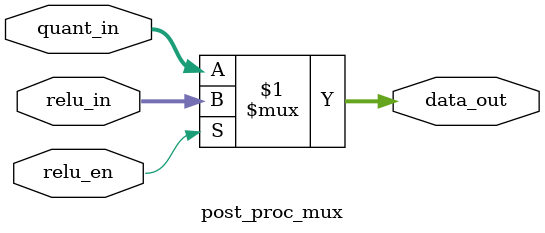
<source format=sv>

module post_proc_mux #(
    parameter int W = 32
)(
    input  logic signed [W-1:0] relu_in,    // from relu module
    input  logic signed [W-1:0] quant_in,  // from rounding_shifter (quantizer)
    input  logic                relu_en,    // 1 = use ReLU output, 0 = bypass
    output logic signed [W-1:0] data_out
);

    assign data_out = relu_en ? relu_in : quant_in;

endmodule

</source>
